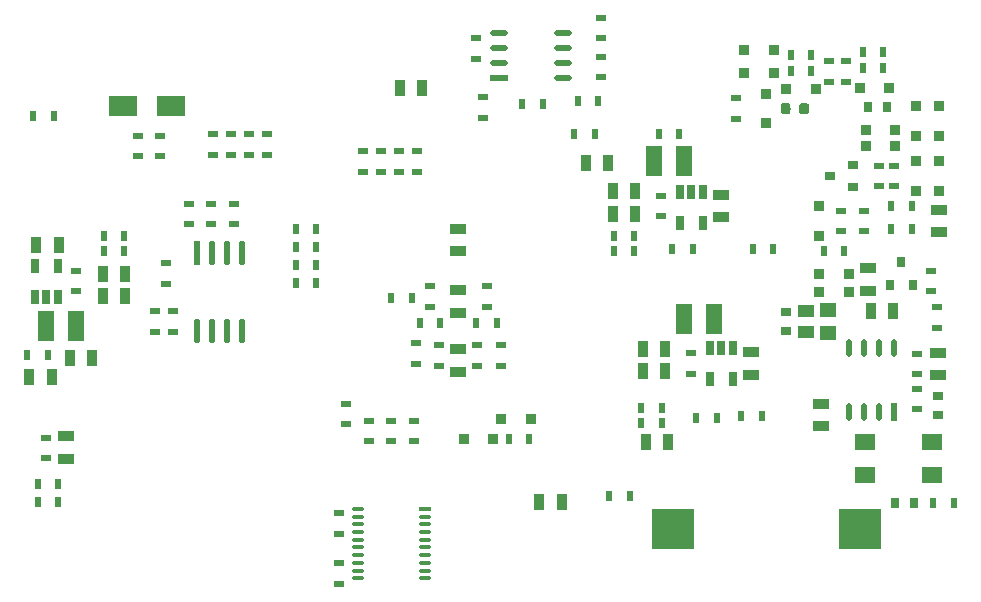
<source format=gbp>
G04 #@! TF.GenerationSoftware,KiCad,Pcbnew,5.0.0+dfsg1-2*
G04 #@! TF.CreationDate,2018-09-08T09:49:14+02:00*
G04 #@! TF.ProjectId,ulx3s,756C7833732E6B696361645F70636200,rev?*
G04 #@! TF.SameCoordinates,Original*
G04 #@! TF.FileFunction,Paste,Bot*
G04 #@! TF.FilePolarity,Positive*
%FSLAX46Y46*%
G04 Gerber Fmt 4.6, Leading zero omitted, Abs format (unit mm)*
G04 Created by KiCad (PCBNEW 5.0.0+dfsg1-2) date Sat Sep  8 09:49:14 2018*
%MOMM*%
%LPD*%
G01*
G04 APERTURE LIST*
%ADD10O,1.050000X0.350000*%
%ADD11R,1.050000X0.350000*%
%ADD12R,3.650000X3.450000*%
%ADD13R,1.750000X1.350000*%
%ADD14R,0.650000X1.150000*%
%ADD15R,0.550000X1.500000*%
%ADD16O,0.550000X1.500000*%
%ADD17R,1.500000X0.550000*%
%ADD18O,1.500000X0.550000*%
%ADD19R,0.550000X2.050000*%
%ADD20O,0.550000X2.050000*%
%ADD21R,0.620000X0.950000*%
%ADD22R,0.920000X1.450000*%
%ADD23R,1.450000X0.920000*%
%ADD24R,0.950000X0.620000*%
%ADD25R,0.950000X0.950000*%
%ADD26R,1.450000X2.650000*%
%ADD27R,2.450000X1.750000*%
%ADD28R,0.750000X0.850000*%
%ADD29R,0.850000X0.750000*%
%ADD30R,0.770000X0.950000*%
%ADD31R,0.950000X0.770000*%
%ADD32R,1.350000X1.070000*%
%ADD33R,1.350000X1.245000*%
%ADD34C,0.100000*%
%ADD35C,0.825000*%
G04 APERTURE END LIST*
D10*
G04 #@! TO.C,U6*
X129985000Y-104215000D03*
X129985000Y-104865000D03*
X129985000Y-105515000D03*
X129985000Y-106165000D03*
X129985000Y-106815000D03*
X129985000Y-107465000D03*
X129985000Y-108115000D03*
X129985000Y-108765000D03*
X129985000Y-109415000D03*
X129985000Y-110065000D03*
X135685000Y-110065000D03*
X135685000Y-109415000D03*
X135685000Y-108765000D03*
X135685000Y-108115000D03*
X135685000Y-107465000D03*
X135685000Y-106815000D03*
X135685000Y-106165000D03*
X135685000Y-105515000D03*
X135685000Y-104865000D03*
D11*
X135685000Y-104215000D03*
G04 #@! TD*
D12*
G04 #@! TO.C,BAT1*
X172485000Y-105870000D03*
X156685000Y-105870000D03*
G04 #@! TD*
D13*
G04 #@! TO.C,Y2*
X178576000Y-98522000D03*
X172976000Y-98522000D03*
X172976000Y-101322000D03*
X178576000Y-101322000D03*
G04 #@! TD*
D14*
G04 #@! TO.C,U5*
X157285000Y-77392000D03*
X158235000Y-77392000D03*
X159185000Y-77392000D03*
X159185000Y-79992000D03*
X157285000Y-79992000D03*
G04 #@! TD*
G04 #@! TO.C,U3*
X159825000Y-90600000D03*
X160775000Y-90600000D03*
X161725000Y-90600000D03*
X161725000Y-93200000D03*
X159825000Y-93200000D03*
G04 #@! TD*
G04 #@! TO.C,U4*
X104575000Y-86215000D03*
X103625000Y-86215000D03*
X102675000Y-86215000D03*
X102675000Y-83615000D03*
X104575000Y-83615000D03*
G04 #@! TD*
D15*
G04 #@! TO.C,U7*
X175395000Y-96015000D03*
D16*
X174125000Y-96015000D03*
X172855000Y-96015000D03*
X171585000Y-96015000D03*
X171585000Y-90615000D03*
X172855000Y-90615000D03*
X174125000Y-90615000D03*
X175395000Y-90615000D03*
G04 #@! TD*
D17*
G04 #@! TO.C,U11*
X141980000Y-67706500D03*
D18*
X141980000Y-66436500D03*
X141980000Y-65166500D03*
X141980000Y-63896500D03*
X147380000Y-63896500D03*
X147380000Y-65166500D03*
X147380000Y-66436500D03*
X147380000Y-67706500D03*
G04 #@! TD*
D19*
G04 #@! TO.C,U10*
X116340000Y-82520000D03*
D20*
X117610000Y-82520000D03*
X118880000Y-82520000D03*
X120150000Y-82520000D03*
X120150000Y-89124000D03*
X118880000Y-89124000D03*
X117610000Y-89124000D03*
X116340000Y-89124000D03*
G04 #@! TD*
D21*
G04 #@! TO.C,C49*
X103738000Y-91156000D03*
X101988000Y-91156000D03*
G04 #@! TD*
D22*
G04 #@! TO.C,C47*
X133546000Y-68550000D03*
X135456000Y-68550000D03*
G04 #@! TD*
G04 #@! TO.C,C1*
X102748500Y-81885000D03*
X104658500Y-81885000D03*
G04 #@! TD*
D21*
G04 #@! TO.C,C2*
X153985000Y-96910000D03*
X155735000Y-96910000D03*
G04 #@! TD*
D22*
G04 #@! TO.C,C3*
X156015000Y-90630000D03*
X154105000Y-90630000D03*
G04 #@! TD*
G04 #@! TO.C,C4*
X154105000Y-92535000D03*
X156015000Y-92535000D03*
G04 #@! TD*
D23*
G04 #@! TO.C,C5*
X163315000Y-90945000D03*
X163315000Y-92855000D03*
G04 #@! TD*
D21*
G04 #@! TO.C,C6*
X151645000Y-82375000D03*
X153395000Y-82375000D03*
G04 #@! TD*
D22*
G04 #@! TO.C,C7*
X153475000Y-79200000D03*
X151565000Y-79200000D03*
G04 #@! TD*
G04 #@! TO.C,C8*
X153475000Y-77295000D03*
X151565000Y-77295000D03*
G04 #@! TD*
D23*
G04 #@! TO.C,C9*
X160775000Y-79520000D03*
X160775000Y-77610000D03*
G04 #@! TD*
D21*
G04 #@! TO.C,C10*
X108465000Y-81105000D03*
X110215000Y-81105000D03*
G04 #@! TD*
D22*
G04 #@! TO.C,C11*
X108385000Y-84280000D03*
X110295000Y-84280000D03*
G04 #@! TD*
G04 #@! TO.C,C12*
X110295000Y-86185000D03*
X108385000Y-86185000D03*
G04 #@! TD*
D23*
G04 #@! TO.C,C13*
X173221000Y-83833000D03*
X173221000Y-85743000D03*
G04 #@! TD*
D24*
G04 #@! TO.C,C14*
X175380000Y-76900000D03*
X175380000Y-75150000D03*
G04 #@! TD*
D23*
G04 #@! TO.C,C15*
X105276000Y-99967000D03*
X105276000Y-98057000D03*
G04 #@! TD*
D22*
G04 #@! TO.C,C16*
X173424000Y-87473000D03*
X175334000Y-87473000D03*
G04 #@! TD*
D23*
G04 #@! TO.C,C17*
X138500000Y-90665000D03*
X138500000Y-92575000D03*
G04 #@! TD*
D24*
G04 #@! TO.C,C18*
X150589600Y-64359000D03*
X150589600Y-62609000D03*
G04 #@! TD*
D23*
G04 #@! TO.C,C19*
X138500000Y-82375000D03*
X138500000Y-80465000D03*
G04 #@! TD*
G04 #@! TO.C,C20*
X138500000Y-87575000D03*
X138500000Y-85665000D03*
G04 #@! TD*
D22*
G04 #@! TO.C,C21*
X104072000Y-93061000D03*
X102162000Y-93061000D03*
G04 #@! TD*
G04 #@! TO.C,C22*
X154359000Y-98504000D03*
X156269000Y-98504000D03*
G04 #@! TD*
G04 #@! TO.C,C23*
X105591000Y-91392000D03*
X107501000Y-91392000D03*
G04 #@! TD*
G04 #@! TO.C,C24*
X151189000Y-74882000D03*
X149279000Y-74882000D03*
G04 #@! TD*
D24*
G04 #@! TO.C,C25*
X140900000Y-87095000D03*
X140900000Y-85345000D03*
G04 #@! TD*
G04 #@! TO.C,C26*
X136100000Y-87095000D03*
X136100000Y-85345000D03*
G04 #@! TD*
G04 #@! TO.C,C27*
X136900000Y-92095000D03*
X136900000Y-90345000D03*
G04 #@! TD*
G04 #@! TO.C,C28*
X140100000Y-90345000D03*
X140100000Y-92095000D03*
G04 #@! TD*
G04 #@! TO.C,C29*
X142100000Y-92095000D03*
X142100000Y-90345000D03*
G04 #@! TD*
G04 #@! TO.C,C30*
X134900000Y-90145000D03*
X134900000Y-91895000D03*
G04 #@! TD*
D21*
G04 #@! TO.C,C31*
X135225000Y-88420000D03*
X136975000Y-88420000D03*
G04 #@! TD*
G04 #@! TO.C,C32*
X140025000Y-88420000D03*
X141775000Y-88420000D03*
G04 #@! TD*
G04 #@! TO.C,C33*
X163425000Y-82220000D03*
X165175000Y-82220000D03*
G04 #@! TD*
G04 #@! TO.C,C34*
X158375000Y-82220000D03*
X156625000Y-82220000D03*
G04 #@! TD*
D24*
G04 #@! TO.C,C35*
X177300000Y-94025000D03*
X177300000Y-95775000D03*
G04 #@! TD*
D22*
G04 #@! TO.C,C46*
X145342000Y-103584000D03*
X147252000Y-103584000D03*
G04 #@! TD*
D21*
G04 #@! TO.C,C48*
X104246000Y-70963000D03*
X102496000Y-70963000D03*
G04 #@! TD*
D24*
G04 #@! TO.C,C50*
X179063000Y-88856000D03*
X179063000Y-87106000D03*
G04 #@! TD*
D21*
G04 #@! TO.C,C51*
X180473000Y-103711000D03*
X178723000Y-103711000D03*
G04 #@! TD*
G04 #@! TO.C,C52*
X158645000Y-96490000D03*
X160395000Y-96490000D03*
G04 #@! TD*
G04 #@! TO.C,C53*
X132827200Y-86330000D03*
X134577200Y-86330000D03*
G04 #@! TD*
D23*
G04 #@! TO.C,C54*
X169172000Y-95281000D03*
X169172000Y-97191000D03*
G04 #@! TD*
G04 #@! TO.C,D11*
X179190000Y-80790000D03*
X179190000Y-78880000D03*
G04 #@! TD*
D25*
G04 #@! TO.C,D10*
X169050000Y-84280000D03*
X171550000Y-84280000D03*
G04 #@! TD*
G04 #@! TO.C,D12*
X169030000Y-78585000D03*
X169030000Y-81085000D03*
G04 #@! TD*
G04 #@! TO.C,D13*
X171550000Y-85804000D03*
X169050000Y-85804000D03*
G04 #@! TD*
G04 #@! TO.C,D14*
X179190000Y-74775000D03*
X179190000Y-77275000D03*
G04 #@! TD*
G04 #@! TO.C,D15*
X177285000Y-77275000D03*
X177285000Y-74775000D03*
G04 #@! TD*
G04 #@! TO.C,D16*
X172987000Y-73503000D03*
X175487000Y-73503000D03*
G04 #@! TD*
G04 #@! TO.C,D17*
X164585000Y-69060000D03*
X164585000Y-71560000D03*
G04 #@! TD*
G04 #@! TO.C,D20*
X168756000Y-68659000D03*
X166256000Y-68659000D03*
G04 #@! TD*
G04 #@! TO.C,D21*
X174979000Y-68550000D03*
X172479000Y-68550000D03*
G04 #@! TD*
G04 #@! TO.C,D23*
X165200000Y-67262000D03*
X162700000Y-67262000D03*
G04 #@! TD*
G04 #@! TO.C,D24*
X162700000Y-65357000D03*
X165200000Y-65357000D03*
G04 #@! TD*
G04 #@! TO.C,D25*
X177285000Y-72594000D03*
X177285000Y-70094000D03*
G04 #@! TD*
G04 #@! TO.C,D26*
X179190000Y-70094000D03*
X179190000Y-72594000D03*
G04 #@! TD*
D24*
G04 #@! TO.C,R49*
X113277000Y-74360000D03*
X113277000Y-72610000D03*
G04 #@! TD*
G04 #@! TO.C,R50*
X111372000Y-72610000D03*
X111372000Y-74360000D03*
G04 #@! TD*
D21*
G04 #@! TO.C,R51*
X155455000Y-72487000D03*
X157205000Y-72487000D03*
G04 #@! TD*
D24*
G04 #@! TO.C,R52*
X171331000Y-66278000D03*
X171331000Y-68028000D03*
G04 #@! TD*
G04 #@! TO.C,R53*
X169919000Y-68028000D03*
X169919000Y-66278000D03*
G04 #@! TD*
D21*
G04 #@! TO.C,R54*
X174477000Y-65502000D03*
X172727000Y-65502000D03*
G04 #@! TD*
D24*
G04 #@! TO.C,R56*
X128390000Y-106321000D03*
X128390000Y-104571000D03*
G04 #@! TD*
G04 #@! TO.C,R57*
X117722000Y-72483000D03*
X117722000Y-74233000D03*
G04 #@! TD*
G04 #@! TO.C,R58*
X119246000Y-74233000D03*
X119246000Y-72483000D03*
G04 #@! TD*
G04 #@! TO.C,R59*
X120770000Y-72483000D03*
X120770000Y-74233000D03*
G04 #@! TD*
G04 #@! TO.C,R60*
X122294000Y-74233000D03*
X122294000Y-72483000D03*
G04 #@! TD*
D21*
G04 #@! TO.C,R61*
X145655000Y-69900000D03*
X143905000Y-69900000D03*
G04 #@! TD*
G04 #@! TO.C,R40*
X166631000Y-65738000D03*
X168381000Y-65738000D03*
G04 #@! TD*
D24*
G04 #@! TO.C,R55*
X134740000Y-96740000D03*
X134740000Y-98490000D03*
G04 #@! TD*
D23*
G04 #@! TO.C,C55*
X179078000Y-90963000D03*
X179078000Y-92873000D03*
G04 #@! TD*
D24*
G04 #@! TO.C,R65*
X177300000Y-92793000D03*
X177300000Y-91043000D03*
G04 #@! TD*
D26*
G04 #@! TO.C,L1*
X160140000Y-88090000D03*
X157600000Y-88090000D03*
G04 #@! TD*
G04 #@! TO.C,L2*
X103625000Y-88725000D03*
X106165000Y-88725000D03*
G04 #@! TD*
G04 #@! TO.C,L3*
X155060000Y-74755000D03*
X157600000Y-74755000D03*
G04 #@! TD*
D21*
G04 #@! TO.C,R1*
X171175000Y-82375000D03*
X169425000Y-82375000D03*
G04 #@! TD*
D24*
G04 #@! TO.C,R2*
X172840000Y-78960000D03*
X172840000Y-80710000D03*
G04 #@! TD*
G04 #@! TO.C,R3*
X162045000Y-71185000D03*
X162045000Y-69435000D03*
G04 #@! TD*
D21*
G04 #@! TO.C,R4*
X176890000Y-80470000D03*
X175140000Y-80470000D03*
G04 #@! TD*
D24*
G04 #@! TO.C,R5*
X174110000Y-75150000D03*
X174110000Y-76900000D03*
G04 #@! TD*
G04 #@! TO.C,R6*
X178555000Y-85790000D03*
X178555000Y-84040000D03*
G04 #@! TD*
G04 #@! TO.C,R7*
X113785000Y-85155000D03*
X113785000Y-83405000D03*
G04 #@! TD*
G04 #@! TO.C,R8*
X170935000Y-80710000D03*
X170935000Y-78960000D03*
G04 #@! TD*
G04 #@! TO.C,R9*
X128390000Y-110555000D03*
X128390000Y-108805000D03*
G04 #@! TD*
D21*
G04 #@! TO.C,R10*
X151264000Y-103076000D03*
X153014000Y-103076000D03*
G04 #@! TD*
D24*
G04 #@! TO.C,R11*
X119515000Y-80093000D03*
X119515000Y-78343000D03*
G04 #@! TD*
G04 #@! TO.C,R12*
X114308000Y-89219000D03*
X114308000Y-87469000D03*
G04 #@! TD*
D21*
G04 #@! TO.C,R13*
X175140000Y-78565000D03*
X176890000Y-78565000D03*
G04 #@! TD*
G04 #@! TO.C,R14*
X124721000Y-85060000D03*
X126471000Y-85060000D03*
G04 #@! TD*
G04 #@! TO.C,R15*
X126471000Y-83536000D03*
X124721000Y-83536000D03*
G04 #@! TD*
G04 #@! TO.C,R16*
X124721000Y-82012000D03*
X126471000Y-82012000D03*
G04 #@! TD*
G04 #@! TO.C,R17*
X126471000Y-80470000D03*
X124721000Y-80470000D03*
G04 #@! TD*
D24*
G04 #@! TO.C,R18*
X130422000Y-73898000D03*
X130422000Y-75648000D03*
G04 #@! TD*
G04 #@! TO.C,R19*
X131961000Y-73898000D03*
X131961000Y-75648000D03*
G04 #@! TD*
G04 #@! TO.C,R20*
X133485000Y-73898000D03*
X133485000Y-75648000D03*
G04 #@! TD*
G04 #@! TO.C,R21*
X135009000Y-75648000D03*
X135009000Y-73898000D03*
G04 #@! TD*
G04 #@! TO.C,R22*
X140025500Y-66105000D03*
X140025500Y-64355000D03*
G04 #@! TD*
G04 #@! TO.C,R23*
X140597000Y-71076000D03*
X140597000Y-69326000D03*
G04 #@! TD*
G04 #@! TO.C,R24*
X150615000Y-67647000D03*
X150615000Y-65897000D03*
G04 #@! TD*
D21*
G04 #@! TO.C,R25*
X148300000Y-72487000D03*
X150050000Y-72487000D03*
G04 #@! TD*
G04 #@! TO.C,R26*
X150362000Y-69693000D03*
X148612000Y-69693000D03*
G04 #@! TD*
D24*
G04 #@! TO.C,R27*
X129025000Y-95300000D03*
X129025000Y-97050000D03*
G04 #@! TD*
G04 #@! TO.C,R28*
X117595000Y-78343000D03*
X117595000Y-80093000D03*
G04 #@! TD*
G04 #@! TO.C,R29*
X112784000Y-89219000D03*
X112784000Y-87469000D03*
G04 #@! TD*
G04 #@! TO.C,R30*
X115690000Y-78343000D03*
X115690000Y-80093000D03*
G04 #@! TD*
D21*
G04 #@! TO.C,R31*
X142755000Y-98250000D03*
X144505000Y-98250000D03*
G04 #@! TD*
D24*
G04 #@! TO.C,R32*
X132835000Y-98490000D03*
X132835000Y-96740000D03*
G04 #@! TD*
G04 #@! TO.C,R33*
X130930000Y-96740000D03*
X130930000Y-98490000D03*
G04 #@! TD*
D21*
G04 #@! TO.C,R34*
X102877000Y-103600000D03*
X104627000Y-103600000D03*
G04 #@! TD*
G04 #@! TO.C,R35*
X102877000Y-102060000D03*
X104627000Y-102060000D03*
G04 #@! TD*
D24*
G04 #@! TO.C,R38*
X103576500Y-99905000D03*
X103576500Y-98155000D03*
G04 #@! TD*
D21*
G04 #@! TO.C,R39*
X164190000Y-96345000D03*
X162440000Y-96345000D03*
G04 #@! TD*
G04 #@! TO.C,R63*
X168381000Y-67135000D03*
X166631000Y-67135000D03*
G04 #@! TD*
G04 #@! TO.C,R64*
X174475000Y-66899000D03*
X172725000Y-66899000D03*
G04 #@! TD*
G04 #@! TO.C,RA1*
X153985000Y-95640000D03*
X155735000Y-95640000D03*
G04 #@! TD*
G04 #@! TO.C,RA2*
X110215000Y-82375000D03*
X108465000Y-82375000D03*
G04 #@! TD*
G04 #@! TO.C,RA3*
X151645000Y-81105000D03*
X153395000Y-81105000D03*
G04 #@! TD*
D24*
G04 #@! TO.C,RB1*
X158235000Y-92775000D03*
X158235000Y-91025000D03*
G04 #@! TD*
G04 #@! TO.C,RB2*
X106165000Y-85790000D03*
X106165000Y-84040000D03*
G04 #@! TD*
G04 #@! TO.C,RB3*
X155695000Y-79440000D03*
X155695000Y-77690000D03*
G04 #@! TD*
D27*
G04 #@! TO.C,D8*
X110149000Y-70074000D03*
X114149000Y-70074000D03*
G04 #@! TD*
D28*
G04 #@! TO.C,Q1*
X176015000Y-83280000D03*
X175065000Y-85280000D03*
X176965000Y-85280000D03*
G04 #@! TD*
D29*
G04 #@! TO.C,Q2*
X171935000Y-75075000D03*
X171935000Y-76975000D03*
X169935000Y-76025000D03*
G04 #@! TD*
D25*
G04 #@! TO.C,D27*
X175502000Y-72106000D03*
X173002000Y-72106000D03*
G04 #@! TD*
D30*
G04 #@! TO.C,R66*
X173198000Y-70201000D03*
X174798000Y-70201000D03*
G04 #@! TD*
D31*
G04 #@! TO.C,C56*
X179078000Y-96274000D03*
X179078000Y-94674000D03*
G04 #@! TD*
D30*
G04 #@! TO.C,C57*
X177084000Y-103711000D03*
X175484000Y-103711000D03*
G04 #@! TD*
D32*
G04 #@! TO.C,C58*
X167902000Y-89242000D03*
X167902000Y-87482000D03*
G04 #@! TD*
D31*
G04 #@! TO.C,C59*
X166251000Y-89162000D03*
X166251000Y-87562000D03*
G04 #@! TD*
D33*
G04 #@! TO.C,L4*
X169807000Y-87394500D03*
X169807000Y-89329500D03*
G04 #@! TD*
D25*
G04 #@! TO.C,D28*
X144626000Y-96599000D03*
X142126000Y-96599000D03*
G04 #@! TD*
G04 #@! TO.C,D29*
X138951000Y-98250000D03*
X141451000Y-98250000D03*
G04 #@! TD*
D34*
G04 #@! TO.C,C60*
G36*
X166436966Y-69860993D02*
X166456987Y-69863963D01*
X166476621Y-69868881D01*
X166495678Y-69875700D01*
X166513976Y-69884354D01*
X166531336Y-69894759D01*
X166547594Y-69906817D01*
X166562591Y-69920409D01*
X166576183Y-69935406D01*
X166588241Y-69951664D01*
X166598646Y-69969024D01*
X166607300Y-69987322D01*
X166614119Y-70006379D01*
X166619037Y-70026013D01*
X166622007Y-70046034D01*
X166623000Y-70066250D01*
X166623000Y-70553750D01*
X166622007Y-70573966D01*
X166619037Y-70593987D01*
X166614119Y-70613621D01*
X166607300Y-70632678D01*
X166598646Y-70650976D01*
X166588241Y-70668336D01*
X166576183Y-70684594D01*
X166562591Y-70699591D01*
X166547594Y-70713183D01*
X166531336Y-70725241D01*
X166513976Y-70735646D01*
X166495678Y-70744300D01*
X166476621Y-70751119D01*
X166456987Y-70756037D01*
X166436966Y-70759007D01*
X166416750Y-70760000D01*
X166004250Y-70760000D01*
X165984034Y-70759007D01*
X165964013Y-70756037D01*
X165944379Y-70751119D01*
X165925322Y-70744300D01*
X165907024Y-70735646D01*
X165889664Y-70725241D01*
X165873406Y-70713183D01*
X165858409Y-70699591D01*
X165844817Y-70684594D01*
X165832759Y-70668336D01*
X165822354Y-70650976D01*
X165813700Y-70632678D01*
X165806881Y-70613621D01*
X165801963Y-70593987D01*
X165798993Y-70573966D01*
X165798000Y-70553750D01*
X165798000Y-70066250D01*
X165798993Y-70046034D01*
X165801963Y-70026013D01*
X165806881Y-70006379D01*
X165813700Y-69987322D01*
X165822354Y-69969024D01*
X165832759Y-69951664D01*
X165844817Y-69935406D01*
X165858409Y-69920409D01*
X165873406Y-69906817D01*
X165889664Y-69894759D01*
X165907024Y-69884354D01*
X165925322Y-69875700D01*
X165944379Y-69868881D01*
X165964013Y-69863963D01*
X165984034Y-69860993D01*
X166004250Y-69860000D01*
X166416750Y-69860000D01*
X166436966Y-69860993D01*
X166436966Y-69860993D01*
G37*
D35*
X166210500Y-70310000D03*
D34*
G36*
X168011966Y-69860993D02*
X168031987Y-69863963D01*
X168051621Y-69868881D01*
X168070678Y-69875700D01*
X168088976Y-69884354D01*
X168106336Y-69894759D01*
X168122594Y-69906817D01*
X168137591Y-69920409D01*
X168151183Y-69935406D01*
X168163241Y-69951664D01*
X168173646Y-69969024D01*
X168182300Y-69987322D01*
X168189119Y-70006379D01*
X168194037Y-70026013D01*
X168197007Y-70046034D01*
X168198000Y-70066250D01*
X168198000Y-70553750D01*
X168197007Y-70573966D01*
X168194037Y-70593987D01*
X168189119Y-70613621D01*
X168182300Y-70632678D01*
X168173646Y-70650976D01*
X168163241Y-70668336D01*
X168151183Y-70684594D01*
X168137591Y-70699591D01*
X168122594Y-70713183D01*
X168106336Y-70725241D01*
X168088976Y-70735646D01*
X168070678Y-70744300D01*
X168051621Y-70751119D01*
X168031987Y-70756037D01*
X168011966Y-70759007D01*
X167991750Y-70760000D01*
X167579250Y-70760000D01*
X167559034Y-70759007D01*
X167539013Y-70756037D01*
X167519379Y-70751119D01*
X167500322Y-70744300D01*
X167482024Y-70735646D01*
X167464664Y-70725241D01*
X167448406Y-70713183D01*
X167433409Y-70699591D01*
X167419817Y-70684594D01*
X167407759Y-70668336D01*
X167397354Y-70650976D01*
X167388700Y-70632678D01*
X167381881Y-70613621D01*
X167376963Y-70593987D01*
X167373993Y-70573966D01*
X167373000Y-70553750D01*
X167373000Y-70066250D01*
X167373993Y-70046034D01*
X167376963Y-70026013D01*
X167381881Y-70006379D01*
X167388700Y-69987322D01*
X167397354Y-69969024D01*
X167407759Y-69951664D01*
X167419817Y-69935406D01*
X167433409Y-69920409D01*
X167448406Y-69906817D01*
X167464664Y-69894759D01*
X167482024Y-69884354D01*
X167500322Y-69875700D01*
X167519379Y-69868881D01*
X167539013Y-69863963D01*
X167559034Y-69860993D01*
X167579250Y-69860000D01*
X167991750Y-69860000D01*
X168011966Y-69860993D01*
X168011966Y-69860993D01*
G37*
D35*
X167785500Y-70310000D03*
G04 #@! TD*
M02*

</source>
